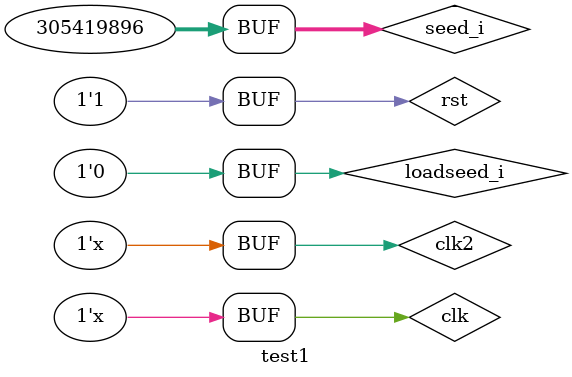
<source format=v>
`timescale 10ns/1ns

`include "../rng.v"

module test1;

   reg loadseed_i;
   reg [31:0] seed_i;
   wire [31:0] number_1;
   wire        slowclk; 
   reg clk = 0;
   reg clk2 = 1;
   wire [2:0] number_2;
   reg       rst;
   
   initial begin
      rst = 1'b0;
      # 20 rst = 1'b1;
      
      loadseed_i = 1'b0;
      seed_i=32'h12345678;     
      $monitor ("output = %H, state = %b, clk = %b, clk2 = %b, rst = %b, time= %t", number_1, number_2, clk, clk2, rst, $time);
   end

   always begin 
      #2 clk = !clk;
      #5 clk2 = !clk2;
   end
   
   fsm fsm1(number_2, rst, clk, {clk,clk2});      
   //sc sc1(slowclk, clk);
   
   rng r1(clk, loadseed_i, seed_i, number_1); // random number generator 

endmodule

</source>
